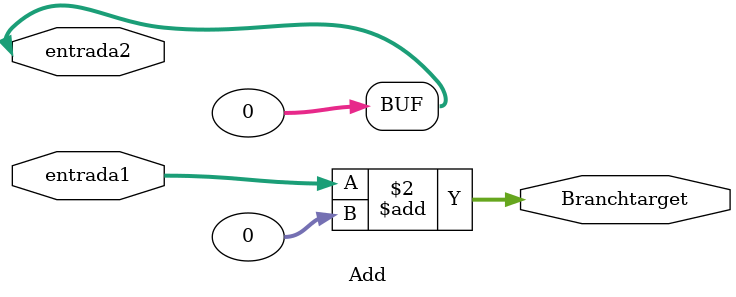
<source format=v>
module Add (
    input [31:0] entrada1, // Primera entrada que trae la dirección de PC previamente sumada con 4 
    input [31:0] entrada2, // Instrucción extendida a 32 bits
    output [31:0] Branchtarget // Salida con la suma realizada
);

    // Shift left 2 bits
    assign entrada2 = entrada2 << 2; 

    // Suma de entrada1 y entrada2
    assign Branchtarget = entrada1 + entrada2;

endmodule
</source>
